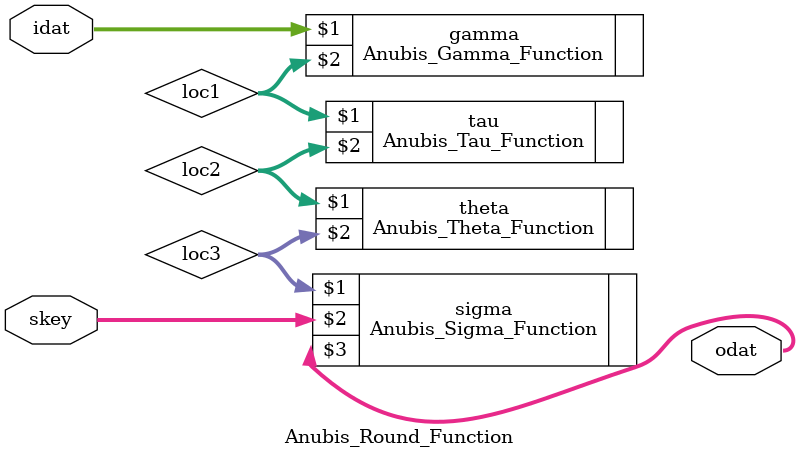
<source format=v>
/*-------------------------------------------------------------------
 Project: ANUBIS
 Module Name: Anubis_Round_Function
 Description:
     Round Function of the ANUBIS block cipher
     It performs one round of Anubis.

 Dependencies:
           Anubis_Gamma_Function.v
           Anubis_Tau_Function.v
           Anubis_Theta_Function.v
           Anubis_Sigma_Function.v

 Language: Verilog 2001
 Author: Saied H. Khayat
 Date:   March 2011
 URL: https://github.com/saiedhk

 Copyright Notice: Free use of this library is permitted under the
 guidelines and in accordance with the MIT License (MIT).
 http://opensource.org/licenses/MIT
-------------------------------------------------------------------*/

`timescale  1ns/1ps

module Anubis_Round_Function (
   input  [127:0] idat,
   input  [127:0] skey,
   output [127:0] odat
   );

   wire [127:0] loc1;
   wire [127:0] loc2;
   wire [127:0] loc3;

   Anubis_Gamma_Function gamma( idat, loc1 );
   Anubis_Tau_Function     tau( loc1, loc2 );
   Anubis_Theta_Function theta( loc2, loc3 );
   Anubis_Sigma_Function sigma( loc3, skey, odat );

endmodule

</source>
